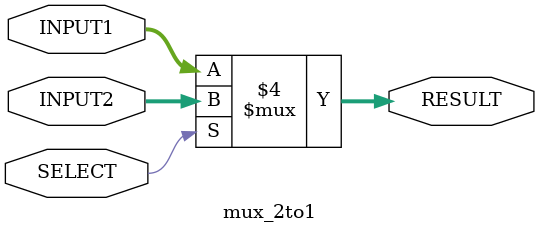
<source format=v>

`timescale 1ns/100ps

module mux_2to1 (INPUT1, INPUT2, RESULT, SELECT);

    input [31:0] INPUT1, INPUT2;
    input SELECT;
    output reg [31:0] RESULT;

    always @ (*)
    begin
        if (SELECT == 1'b0)
            RESULT = INPUT1;
        else
            RESULT = INPUT2;
    end

endmodule
</source>
